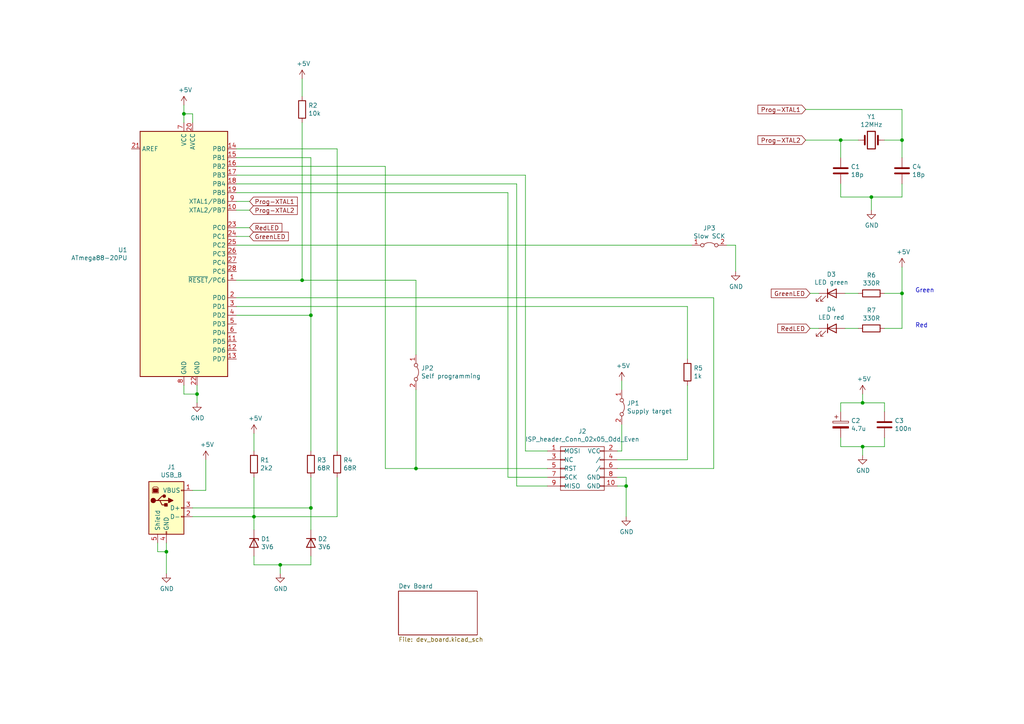
<source format=kicad_sch>
(kicad_sch (version 20231120) (generator "eeschema") (generator_version "8.0")
  (paper "A4")
  (lib_symbols
    (symbol "Connector:USB_B" (pin_names (offset 1.016))
      (property "Reference" "J" (at -5.08 11.43 0))
      (property "Value" "USB_B" (at -5.08 8.89 0))
      (symbol "USB_B_0_1"
        (rectangle (start -5.08 -7.62) (end 5.08 7.62) (stroke (width 0.254)) (fill (type background)))
        (circle (center -3.81 2.159) (radius 0.635) (stroke (width 0.254)) (fill (type outline)))
        (rectangle (start -3.81 5.588) (end -2.54 4.572) (fill (type outline)))
        (circle (center -0.635 3.429) (radius 0.381) (stroke (width 0.254)) (fill (type outline)))
        (rectangle (start -0.127 -7.62) (end 0.127 -6.858))
        (polyline (pts (xy -1.905 2.159) (xy 0.635 2.159)) (stroke (width 0.254)))
        (polyline (pts (xy -3.175 2.159) (xy -2.54 2.159) (xy -1.27 3.429) (xy -0.635 3.429)) (stroke (width 0.254)))
        (polyline (pts (xy -2.54 2.159) (xy -1.905 2.159) (xy -1.27 0.889) (xy 0 0.889)) (stroke (width 0.254)))
        (polyline (pts (xy 0.635 2.794) (xy 0.635 1.524) (xy 1.905 2.159) (xy 0.635 2.794)) (stroke (width 0.254)) (fill (type outline)))
        (polyline (pts (xy -4.064 4.318) (xy -2.286 4.318) (xy -2.286 5.715) (xy -2.667 6.096) (xy -3.683 6.096) (xy -4.064 5.715) (xy -4.064 4.318)))
        (rectangle (start 0.254 1.27) (end -0.508 0.508) (stroke (width 0.254)) (fill (type outline)))
        (rectangle (start 5.08 -2.667) (end 4.318 -2.413))
        (rectangle (start 5.08 -0.127) (end 4.318 0.127))
        (rectangle (start 5.08 4.953) (end 4.318 5.207))
      )
      (symbol "USB_B_1_1"
        (pin power_out line (at 7.62 5.08 180) (length 2.54) (name "VBUS") (number "1"))
        (pin bidirectional line (at 7.62 -2.54 180) (length 2.54) (name "D-") (number "2"))
        (pin bidirectional line (at 7.62 0 180) (length 2.54) (name "D+") (number "3"))
        (pin power_out line (at 0 -10.16 90) (length 2.54) (name "GND") (number "4"))
        (pin passive line (at -2.54 -10.16 90) (length 2.54) (name "Shield") (number "5"))
      )
    )
    (symbol "Device:C" (pin_numbers hide) (pin_names (offset 0.254))
      (property "Reference" "C" (at 0.635 2.54 0))
      (property "Value" "C" (at 0.635 -2.54 0))
      (symbol "C_0_1"
        (polyline (pts (xy -2.032 -0.762) (xy 2.032 -0.762)) (stroke (width 0.508)))
        (polyline (pts (xy -2.032 0.762) (xy 2.032 0.762)) (stroke (width 0.508)))
      )
      (symbol "C_1_1"
        (pin passive line (at 0 3.81 270) (length 2.794) (name "~") (number "1"))
        (pin passive line (at 0 -3.81 90) (length 2.794) (name "~") (number "2"))
      )
    )
    (symbol "Device:CP" (pin_numbers hide) (pin_names (offset 0.254))
      (property "Reference" "C" (at 0.635 2.54 0))
      (property "Value" "Device_CP" (at 0.635 -2.54 0))
      (symbol "CP_0_1"
        (rectangle (start -2.286 0.508) (end 2.286 1.016))
        (polyline (pts (xy -1.778 2.286) (xy -0.762 2.286)))
        (polyline (pts (xy -1.27 2.794) (xy -1.27 1.778)))
        (rectangle (start 2.286 -0.508) (end -2.286 -1.016) (fill (type outline)))
      )
      (symbol "CP_1_1"
        (pin passive line (at 0 3.81 270) (length 2.794) (name "~") (number "1"))
        (pin passive line (at 0 -3.81 90) (length 2.794) (name "~") (number "2"))
      )
    )
    (symbol "Device:Crystal" (pin_numbers hide) (pin_names (offset 1.016) hide)
      (property "Reference" "Y" (at 0 3.81 0))
      (property "Value" "Crystal" (at 0 -3.81 0))
      (symbol "Crystal_0_1"
        (rectangle (start -1.143 2.54) (end 1.143 -2.54) (stroke (width 0.3048)))
        (polyline (pts (xy -2.54 0) (xy -1.905 0)))
        (polyline (pts (xy -1.905 -1.27) (xy -1.905 1.27)) (stroke (width 0.508)))
        (polyline (pts (xy 1.905 -1.27) (xy 1.905 1.27)) (stroke (width 0.508)))
        (polyline (pts (xy 2.54 0) (xy 1.905 0)))
      )
      (symbol "Crystal_1_1"
        (pin passive line (at -3.81 0 0) (length 1.27) (name "1") (number "1"))
        (pin passive line (at 3.81 0 180) (length 1.27) (name "2") (number "2"))
      )
    )
    (symbol "Device:D_Zener" (pin_numbers hide) (pin_names (offset 1.016) hide)
      (property "Reference" "D" (at 0 2.54 0))
      (property "Value" "D_Zener" (at 0 -2.54 0))
      (symbol "D_Zener_0_1"
        (polyline (pts (xy 1.27 0) (xy -1.27 0)))
        (polyline (pts (xy -1.27 -1.27) (xy -1.27 1.27) (xy -0.762 1.27)) (stroke (width 0.254)))
        (polyline (pts (xy 1.27 -1.27) (xy 1.27 1.27) (xy -1.27 0) (xy 1.27 -1.27)) (stroke (width 0.254)))
      )
      (symbol "D_Zener_1_1"
        (pin passive line (at -3.81 0 0) (length 2.54) (name "K") (number "1"))
        (pin passive line (at 3.81 0 180) (length 2.54) (name "A") (number "2"))
      )
    )
    (symbol "Device:LED" (pin_numbers hide) (pin_names (offset 1.016) hide)
      (property "Reference" "D" (at 0 2.54 0))
      (property "Value" "LED" (at 0 -2.54 0))
      (symbol "LED_0_1"
        (polyline (pts (xy -1.27 -1.27) (xy -1.27 1.27)) (stroke (width 0.254)))
        (polyline (pts (xy -1.27 0) (xy 1.27 0)))
        (polyline (pts (xy 1.27 -1.27) (xy 1.27 1.27) (xy -1.27 0) (xy 1.27 -1.27)) (stroke (width 0.254)))
        (polyline (pts (xy -3.048 -0.762) (xy -4.572 -2.286) (xy -3.81 -2.286) (xy -4.572 -2.286) (xy -4.572 -1.524)))
        (polyline (pts (xy -1.778 -0.762) (xy -3.302 -2.286) (xy -2.54 -2.286) (xy -3.302 -2.286) (xy -3.302 -1.524)))
      )
      (symbol "LED_1_1"
        (pin passive line (at -3.81 0 0) (length 2.54) (name "K") (number "1"))
        (pin passive line (at 3.81 0 180) (length 2.54) (name "A") (number "2"))
      )
    )
    (symbol "Device:R" (pin_numbers hide) (pin_names (offset 0))
      (property "Reference" "R" (at 2.032 0 90))
      (property "Value" "R" (at 0 0 90))
      (symbol "R_0_1"
        (rectangle (start -1.016 -2.54) (end 1.016 2.54) (stroke (width 0.254)))
      )
      (symbol "R_1_1"
        (pin passive line (at 0 3.81 270) (length 1.27) (name "~") (number "1"))
        (pin passive line (at 0 -3.81 90) (length 1.27) (name "~") (number "2"))
      )
    )
    (symbol "Jumper:Jumper_2_Bridged" (pin_names (offset 0) hide)
      (property "Reference" "JP" (at 0 1.905 0))
      (property "Value" "Jumper_2_Bridged" (at 0 -2.54 0))
      (symbol "Jumper_2_Bridged_0_0"
        (circle (center -2.032 0) (radius 0.508))
        (circle (center 2.032 0) (radius 0.508))
      )
      (symbol "Jumper_2_Bridged_0_1"
        (arc (start 1.524 0.254) (mid 0 0.762) (end -1.524 0.254))
      )
      (symbol "Jumper_2_Bridged_1_1"
        (pin passive line (at -5.08 0 0) (length 2.54) (name "A") (number "1"))
        (pin passive line (at 5.08 0 180) (length 2.54) (name "B") (number "2"))
      )
    )
    (symbol "My_Parts:ISP_header_Conn_02x05_Odd_Even" (pin_names (offset 1.016))
      (property "Reference" "J" (at 1.27 7.62 0))
      (property "Value" "ISP_header_Conn_02x05_Odd_Even" (at 6.985 -7.62 0))
      (symbol "ISP_header_Conn_02x05_Odd_Even_0_1"
        (polyline (pts (xy -1.27 6.35) (xy -1.27 -6.35) (xy 11.43 -6.35) (xy 11.43 6.35) (xy -1.27 6.35)))
      )
      (symbol "ISP_header_Conn_02x05_Odd_Even_1_1"
        (rectangle (start -1.27 -4.953) (end 0 -5.207) (stroke (width 0.1524)))
        (rectangle (start -1.27 -2.413) (end 0 -2.667) (stroke (width 0.1524)))
        (rectangle (start -1.27 0.127) (end 0 -0.127) (stroke (width 0.1524)))
        (rectangle (start -1.27 2.667) (end 0 2.413) (stroke (width 0.1524)))
        (rectangle (start -1.27 5.207) (end 0 4.953) (stroke (width 0.1524)))
        (rectangle (start 11.43 -4.953) (end 10.16 -5.207) (stroke (width 0.1524)))
        (rectangle (start 11.43 -2.413) (end 10.16 -2.667) (stroke (width 0.1524)))
        (rectangle (start 11.43 0.127) (end 10.16 -0.127) (stroke (width 0.1524)))
        (rectangle (start 11.43 2.667) (end 10.16 2.413) (stroke (width 0.1524)))
        (rectangle (start 11.43 5.207) (end 10.16 4.953) (stroke (width 0.1524)))
        (pin passive line (at -5.08 5.08 0) (length 3.81) (name "MOSI") (number "1"))
        (pin passive line (at 15.24 -5.08 180) (length 3.81) (name "GND") (number "10"))
        (pin passive line (at 15.24 5.08 180) (length 3.81) (name "VCC") (number "2"))
        (pin passive line (at -5.08 2.54 0) (length 3.81) (name "NC") (number "3"))
        (pin passive line (at 15.24 2.54 180) (length 3.81) (name "/") (number "4"))
        (pin passive line (at -5.08 0 0) (length 3.81) (name "RST") (number "5"))
        (pin passive line (at 15.24 0 180) (length 3.81) (name "/") (number "6"))
        (pin passive line (at -5.08 -2.54 0) (length 3.81) (name "SCK") (number "7"))
        (pin passive line (at 15.24 -2.54 180) (length 3.81) (name "GND") (number "8"))
        (pin passive line (at -5.08 -5.08 0) (length 3.81) (name "MISO") (number "9"))
      )
    )
    (symbol "USBaspProgrammer_Thomas-Fischl-rescue:ATmega88-20PU-My_Parts"
      (property "Reference" "U" (at -12.7 36.83 0))
      (property "Value" "ATmega88-20PU-My_Parts" (at 7.62 -36.83 0))
      (symbol "ATmega88-20PU-My_Parts_0_1"
        (rectangle (start -12.7 -35.56) (end 12.7 35.56) (stroke (width 0.254)) (fill (type background)))
      )
      (symbol "ATmega88-20PU-My_Parts_1_1"
        (pin bidirectional line (at 15.24 -7.62 180) (length 2.54) (name "~{RESET}/PC6") (number "1"))
        (pin bidirectional line (at 15.24 12.7 180) (length 2.54) (name "XTAL2/PB7") (number "10"))
        (pin bidirectional line (at 15.24 -25.4 180) (length 2.54) (name "PD5") (number "11"))
        (pin bidirectional line (at 15.24 -27.94 180) (length 2.54) (name "PD6") (number "12"))
        (pin bidirectional line (at 15.24 -30.48 180) (length 2.54) (name "PD7") (number "13"))
        (pin bidirectional line (at 15.24 30.48 180) (length 2.54) (name "PB0") (number "14"))
        (pin bidirectional line (at 15.24 27.94 180) (length 2.54) (name "PB1") (number "15"))
        (pin bidirectional line (at 15.24 25.4 180) (length 2.54) (name "PB2") (number "16"))
        (pin bidirectional line (at 15.24 22.86 180) (length 2.54) (name "PB3") (number "17"))
        (pin bidirectional line (at 15.24 20.32 180) (length 2.54) (name "PB4") (number "18"))
        (pin bidirectional line (at 15.24 17.78 180) (length 2.54) (name "PB5") (number "19"))
        (pin bidirectional line (at 15.24 -12.7 180) (length 2.54) (name "PD0") (number "2"))
        (pin power_in line (at 2.54 38.1 270) (length 2.54) (name "AVCC") (number "20"))
        (pin passive line (at -15.24 30.48 0) (length 2.54) (name "AREF") (number "21"))
        (pin passive line (at 3.81 -38.1 90) (length 2.54) (name "GND") (number "22"))
        (pin bidirectional line (at 15.24 7.62 180) (length 2.54) (name "PC0") (number "23"))
        (pin bidirectional line (at 15.24 5.08 180) (length 2.54) (name "PC1") (number "24"))
        (pin bidirectional line (at 15.24 2.54 180) (length 2.54) (name "PC2") (number "25"))
        (pin bidirectional line (at 15.24 0 180) (length 2.54) (name "PC3") (number "26"))
        (pin bidirectional line (at 15.24 -2.54 180) (length 2.54) (name "PC4") (number "27"))
        (pin bidirectional line (at 15.24 -5.08 180) (length 2.54) (name "PC5") (number "28"))
        (pin bidirectional line (at 15.24 -15.24 180) (length 2.54) (name "PD1") (number "3"))
        (pin bidirectional line (at 15.24 -17.78 180) (length 2.54) (name "PD2") (number "4"))
        (pin bidirectional line (at 15.24 -20.32 180) (length 2.54) (name "PD3") (number "5"))
        (pin bidirectional line (at 15.24 -22.86 180) (length 2.54) (name "PD4") (number "6"))
        (pin power_in line (at 0 38.1 270) (length 2.54) (name "VCC") (number "7"))
        (pin power_in line (at 0 -38.1 90) (length 2.54) (name "GND") (number "8"))
        (pin bidirectional line (at 15.24 15.24 180) (length 2.54) (name "XTAL1/PB6") (number "9"))
      )
    )
    (symbol "power:+5V" (power) (pin_names (offset 0))
      (property "Value" "+5V" (at 0 3.556 0))
      (symbol "+5V_0_1"
        (polyline (pts (xy -0.762 1.27) (xy 0 2.54)))
        (polyline (pts (xy 0 0) (xy 0 2.54)))
        (polyline (pts (xy 0 2.54) (xy 0.762 1.27)))
      )
      (symbol "+5V_1_1"
        (pin power_in line (at 0 0 90) (length 0) hide (name "+5V") (number "1"))
      )
    )
    (symbol "power:GND" (power) (pin_names (offset 0))
      (property "Value" "GND" (at 0 -3.81 0))
      (symbol "GND_0_1"
        (polyline (pts (xy 0 0) (xy 0 -1.27) (xy 1.27 -1.27) (xy 0 -2.54) (xy -1.27 -1.27) (xy 0 -1.27)))
      )
      (symbol "GND_1_1"
        (pin power_in line (at 0 0 270) (length 0) hide (name "GND") (number "1"))
      )
    )
  )
  (junction (at 261.62 85.09))
  (junction (at 53.34 33.02))
  (junction (at 250.19 116.84))
  (junction (at 73.66 149.86))
  (junction (at 87.63 81.28))
  (junction (at 261.62 40.64))
  (junction (at 250.19 129.54))
  (junction (at 90.17 147.32))
  (junction (at 181.61 140.97))
  (junction (at 57.15 114.3))
  (junction (at 120.65 135.89))
  (junction (at 243.84 40.64))
  (junction (at 90.17 91.44))
  (junction (at 81.28 163.83))
  (junction (at 48.26 160.02))
  (junction (at 252.73 57.15))
  (wire (pts (xy 250.19 129.54) (xy 256.54 129.54)))
  (wire (pts (xy 68.58 88.9) (xy 199.39 88.9)))
  (wire (pts (xy 248.92 40.64) (xy 243.84 40.64)))
  (wire (pts (xy 81.28 163.83) (xy 90.17 163.83)))
  (wire (pts (xy 73.66 125.73) (xy 73.66 130.81)))
  (wire (pts (xy 237.49 95.25) (xy 234.95 95.25)))
  (wire (pts (xy 250.19 116.84) (xy 250.19 114.3)))
  (wire (pts (xy 59.69 142.24) (xy 59.69 133.35)))
  (wire (pts (xy 73.66 149.86) (xy 97.79 149.86)))
  (wire (pts (xy 243.84 129.54) (xy 250.19 129.54)))
  (wire (pts (xy 97.79 130.81) (xy 97.79 43.18)))
  (wire (pts (xy 149.86 53.34) (xy 149.86 140.97)))
  (wire (pts (xy 207.01 86.36) (xy 207.01 135.89)))
  (wire (pts (xy 256.54 95.25) (xy 261.62 95.25)))
  (wire (pts (xy 120.65 81.28) (xy 120.65 102.87)))
  (wire (pts (xy 45.72 157.48) (xy 45.72 160.02)))
  (wire (pts (xy 243.84 57.15) (xy 252.73 57.15)))
  (wire (pts (xy 261.62 31.75) (xy 233.68 31.75)))
  (wire (pts (xy 181.61 140.97) (xy 179.07 140.97)))
  (wire (pts (xy 68.58 81.28) (xy 87.63 81.28)))
  (wire (pts (xy 181.61 140.97) (xy 181.61 149.86)))
  (wire (pts (xy 256.54 85.09) (xy 261.62 85.09)))
  (wire (pts (xy 90.17 147.32) (xy 90.17 153.67)))
  (wire (pts (xy 243.84 116.84) (xy 250.19 116.84)))
  (wire (pts (xy 261.62 85.09) (xy 261.62 77.47)))
  (wire (pts (xy 181.61 138.43) (xy 181.61 140.97)))
  (wire (pts (xy 149.86 140.97) (xy 158.75 140.97)))
  (wire (pts (xy 256.54 40.64) (xy 261.62 40.64)))
  (wire (pts (xy 97.79 43.18) (xy 68.58 43.18)))
  (wire (pts (xy 261.62 57.15) (xy 261.62 53.34)))
  (wire (pts (xy 53.34 111.76) (xy 53.34 114.3)))
  (wire (pts (xy 256.54 129.54) (xy 256.54 127)))
  (wire (pts (xy 158.75 130.81) (xy 152.4 130.81)))
  (wire (pts (xy 48.26 166.37) (xy 48.26 160.02)))
  (wire (pts (xy 234.95 85.09) (xy 237.49 85.09)))
  (wire (pts (xy 68.58 53.34) (xy 149.86 53.34)))
  (wire (pts (xy 180.34 113.03) (xy 180.34 110.49)))
  (wire (pts (xy 90.17 91.44) (xy 90.17 130.81)))
  (wire (pts (xy 90.17 163.83) (xy 90.17 161.29)))
  (wire (pts (xy 53.34 114.3) (xy 57.15 114.3)))
  (wire (pts (xy 55.88 142.24) (xy 59.69 142.24)))
  (wire (pts (xy 207.01 135.89) (xy 179.07 135.89)))
  (wire (pts (xy 73.66 161.29) (xy 73.66 163.83)))
  (wire (pts (xy 252.73 57.15) (xy 252.73 60.96)))
  (wire (pts (xy 152.4 50.8) (xy 68.58 50.8)))
  (wire (pts (xy 256.54 116.84) (xy 256.54 119.38)))
  (wire (pts (xy 90.17 147.32) (xy 90.17 138.43)))
  (wire (pts (xy 68.58 45.72) (xy 90.17 45.72)))
  (wire (pts (xy 250.19 116.84) (xy 256.54 116.84)))
  (wire (pts (xy 72.39 60.96) (xy 68.58 60.96)))
  (wire (pts (xy 111.76 135.89) (xy 120.65 135.89)))
  (wire (pts (xy 81.28 166.37) (xy 81.28 163.83)))
  (wire (pts (xy 55.88 33.02) (xy 55.88 35.56)))
  (wire (pts (xy 243.84 127) (xy 243.84 129.54)))
  (wire (pts (xy 73.66 138.43) (xy 73.66 149.86)))
  (wire (pts (xy 250.19 132.08) (xy 250.19 129.54)))
  (wire (pts (xy 147.32 138.43) (xy 158.75 138.43)))
  (wire (pts (xy 199.39 88.9) (xy 199.39 104.14)))
  (wire (pts (xy 55.88 147.32) (xy 90.17 147.32)))
  (wire (pts (xy 53.34 33.02) (xy 53.34 30.48)))
  (wire (pts (xy 53.34 35.56) (xy 53.34 33.02)))
  (wire (pts (xy 243.84 119.38) (xy 243.84 116.84)))
  (wire (pts (xy 72.39 58.42) (xy 68.58 58.42)))
  (wire (pts (xy 53.34 33.02) (xy 55.88 33.02)))
  (wire (pts (xy 48.26 160.02) (xy 48.26 157.48)))
  (wire (pts (xy 72.39 68.58) (xy 68.58 68.58)))
  (wire (pts (xy 68.58 91.44) (xy 90.17 91.44)))
  (wire (pts (xy 199.39 133.35) (xy 179.07 133.35)))
  (wire (pts (xy 261.62 45.72) (xy 261.62 40.64)))
  (wire (pts (xy 252.73 57.15) (xy 261.62 57.15)))
  (wire (pts (xy 120.65 135.89) (xy 158.75 135.89)))
  (wire (pts (xy 147.32 55.88) (xy 147.32 138.43)))
  (wire (pts (xy 68.58 55.88) (xy 147.32 55.88)))
  (wire (pts (xy 68.58 48.26) (xy 111.76 48.26)))
  (wire (pts (xy 261.62 95.25) (xy 261.62 85.09)))
  (wire (pts (xy 120.65 113.03) (xy 120.65 135.89)))
  (wire (pts (xy 55.88 149.86) (xy 73.66 149.86)))
  (wire (pts (xy 87.63 27.94) (xy 87.63 22.86)))
  (wire (pts (xy 243.84 53.34) (xy 243.84 57.15)))
  (wire (pts (xy 180.34 130.81) (xy 179.07 130.81)))
  (wire (pts (xy 152.4 50.8) (xy 152.4 130.81)))
  (wire (pts (xy 243.84 45.72) (xy 243.84 40.64)))
  (wire (pts (xy 248.92 85.09) (xy 245.11 85.09)))
  (wire (pts (xy 73.66 149.86) (xy 73.66 153.67)))
  (wire (pts (xy 73.66 163.83) (xy 81.28 163.83)))
  (wire (pts (xy 57.15 114.3) (xy 57.15 111.76)))
  (wire (pts (xy 45.72 160.02) (xy 48.26 160.02)))
  (wire (pts (xy 243.84 40.64) (xy 233.68 40.64)))
  (wire (pts (xy 261.62 40.64) (xy 261.62 31.75)))
  (wire (pts (xy 68.58 86.36) (xy 207.01 86.36)))
  (wire (pts (xy 90.17 45.72) (xy 90.17 91.44)))
  (wire (pts (xy 199.39 111.76) (xy 199.39 133.35)))
  (wire (pts (xy 57.15 116.84) (xy 57.15 114.3)))
  (wire (pts (xy 87.63 81.28) (xy 87.63 35.56)))
  (wire (pts (xy 210.82 71.12) (xy 213.36 71.12)))
  (wire (pts (xy 180.34 130.81) (xy 180.34 123.19)))
  (wire (pts (xy 213.36 71.12) (xy 213.36 78.74)))
  (wire (pts (xy 72.39 66.04) (xy 68.58 66.04)))
  (wire (pts (xy 179.07 138.43) (xy 181.61 138.43)))
  (wire (pts (xy 200.66 71.12) (xy 68.58 71.12)))
  (wire (pts (xy 111.76 48.26) (xy 111.76 135.89)))
  (wire (pts (xy 87.63 81.28) (xy 120.65 81.28)))
  (wire (pts (xy 97.79 149.86) (xy 97.79 138.43)))
  (wire (pts (xy 245.11 95.25) (xy 248.92 95.25)))
  (text "Green" (at 265.43 85.09 0) (effects (font (size 1.27 1.27)) (justify left bottom)))
  (text "Red" (at 265.43 95.25 0) (effects (font (size 1.27 1.27)) (justify left bottom)))
  (global_label "Prog-XTAL1" (shape input) (at 72.39 58.42 0) (property "Intersheetrefs" "${INTERSHEET_REFS}" (effects (hide yes))))
  (global_label "Prog-XTAL1" (shape input) (at 233.68 31.75 180) (property "Intersheetrefs" "${INTERSHEET_REFS}" (effects (hide yes))))
  (global_label "RedLED" (shape input) (at 234.95 95.25 180) (property "Intersheetrefs" "${INTERSHEET_REFS}" (effects (hide yes))))
  (global_label "Prog-XTAL2" (shape input) (at 72.39 60.96 0) (property "Intersheetrefs" "${INTERSHEET_REFS}" (effects (hide yes))))
  (global_label "RedLED" (shape input) (at 72.39 66.04 0) (property "Intersheetrefs" "${INTERSHEET_REFS}" (effects (hide yes))))
  (global_label "Prog-XTAL2" (shape input) (at 233.68 40.64 180) (property "Intersheetrefs" "${INTERSHEET_REFS}" (effects (hide yes))))
  (global_label "GreenLED" (shape input) (at 72.39 68.58 0) (property "Intersheetrefs" "${INTERSHEET_REFS}" (effects (hide yes))))
  (global_label "GreenLED" (shape input) (at 234.95 85.09 180) (property "Intersheetrefs" "${INTERSHEET_REFS}" (effects (hide yes))))
  (symbol (lib_id "Device:C") (at 261.62 49.53 0) (unit 1)
    (property "Reference" "C4" (at 264.541 48.3616 0) (effects (justify left)))
    (property "Value" "18p" (at 264.541 50.673 0) (effects (justify left)))
    (property "Footprint" "My_Misc:C_Disc_D3.0mm_W1.6mm_P2.50mm_larg" (effects (hide yes)))
  )
  (symbol (lib_id "Device:C") (at 243.84 49.53 0) (unit 1)
    (property "Reference" "C1" (at 246.761 48.3616 0) (effects (justify left)))
    (property "Value" "18p" (at 246.761 50.673 0) (effects (justify left)))
    (property "Footprint" "My_Misc:C_Disc_D3.0mm_W1.6mm_P2.50mm_larg" (effects (hide yes)))
  )
  (symbol (lib_id "power:GND") (at 252.73 60.96 0) (unit 1)
    (property "Reference" "#PWR0101" (effects (hide yes)))
    (property "Value" "GND" (at 252.857 65.3542 0))
  )
  (symbol (lib_id "Device:R") (at 87.63 31.75 0) (unit 1)
    (property "Reference" "R2" (at 89.408 30.5816 0) (effects (justify left)))
    (property "Value" "10k" (at 89.408 32.893 0) (effects (justify left)))
    (property "Footprint" "My_Misc:R_Axial_DIN0207_L6.3mm_D2.5mm_P10.16mm_Horizontal_large" (effects (hide yes)))
  )
  (symbol (lib_id "power:+5V") (at 87.63 22.86 0) (unit 1)
    (property "Reference" "#PWR0102" (effects (hide yes)))
    (property "Value" "+5V" (at 88.011 18.4658 0))
  )
  (symbol (lib_id "power:GND") (at 57.15 116.84 0) (unit 1)
    (property "Reference" "#PWR0103" (effects (hide yes)))
    (property "Value" "GND" (at 57.277 121.2342 0))
  )
  (symbol (lib_id "power:+5V") (at 53.34 30.48 0) (unit 1)
    (property "Reference" "#PWR0104" (effects (hide yes)))
    (property "Value" "+5V" (at 53.721 26.0858 0))
  )
  (symbol (lib_id "Device:LED") (at 241.3 85.09 0) (unit 1)
    (property "Reference" "D3" (at 241.1222 79.5782 0))
    (property "Value" "LED green" (at 241.1222 81.8896 0))
    (property "Footprint" "My_Misc:LED_D5.0mm_larger_pads" (effects (hide yes)))
  )
  (symbol (lib_id "Device:LED") (at 241.3 95.25 0) (unit 1)
    (property "Reference" "D4" (at 241.1222 89.7382 0))
    (property "Value" "LED red" (at 241.1222 92.0496 0))
    (property "Footprint" "My_Misc:LED_D5.0mm_larger_pads" (effects (hide yes)))
  )
  (symbol (lib_id "Device:R") (at 252.73 85.09 270) (unit 1)
    (property "Reference" "R6" (at 252.73 79.8322 90))
    (property "Value" "330R" (at 252.73 82.1436 90))
    (property "Footprint" "My_Misc:R_Axial_DIN0207_L6.3mm_D2.5mm_P10.16mm_Horizontal_large" (effects (hide yes)))
  )
  (symbol (lib_id "Device:R") (at 252.73 95.25 90) (unit 1)
    (property "Reference" "R7" (at 252.73 89.9922 90))
    (property "Value" "330R" (at 252.73 92.3036 90))
    (property "Footprint" "My_Misc:R_Axial_DIN0207_L6.3mm_D2.5mm_P10.16mm_Horizontal_large" (effects (hide yes)))
  )
  (symbol (lib_id "power:+5V") (at 261.62 77.47 0) (unit 1)
    (property "Reference" "#PWR0105" (effects (hide yes)))
    (property "Value" "+5V" (at 262.001 73.0758 0))
  )
  (symbol (lib_id "Jumper:Jumper_2_Bridged") (at 205.74 71.12 0) (unit 1)
    (property "Reference" "JP3" (at 205.74 66.167 0))
    (property "Value" "Slow SCK" (at 205.74 68.4784 0))
    (property "Footprint" "My_Parts:Jumper_1x02_P2.54mm_large" (effects (hide yes)))
  )
  (symbol (lib_id "power:GND") (at 213.36 78.74 0) (unit 1)
    (property "Reference" "#PWR0106" (effects (hide yes)))
    (property "Value" "GND" (at 213.487 83.1342 0))
  )
  (symbol (lib_id "Device:R") (at 199.39 107.95 0) (unit 1)
    (property "Reference" "R5" (at 201.168 106.7816 0) (effects (justify left)))
    (property "Value" "1k" (at 201.168 109.093 0) (effects (justify left)))
    (property "Footprint" "My_Misc:R_Axial_DIN0207_L6.3mm_D2.5mm_P10.16mm_Horizontal_large" (effects (hide yes)))
  )
  (symbol (lib_id "USBaspProgrammer_Thomas-Fischl-rescue:ATmega88-20PU-My_Parts") (at 53.34 73.66 0) (unit 1)
    (property "Reference" "U1" (at 36.9824 72.4916 0) (effects (justify right)))
    (property "Value" "ATmega88-20PU" (at 36.9824 74.803 0) (effects (justify right)))
    (property "Footprint" "My_Misc:DIP-28_W7.62mm_LongPads w socket" (effects (hide yes)))
    (property "Datasheet" "http://ww1.microchip.com/downloads/en/DeviceDoc/Atmel-2545-8-bit-AVR-Microcontroller-ATmega48-88-168_Datasheet.pdf" (effects (hide yes)))
  )
  (symbol (lib_id "Connector:USB_B") (at 48.26 147.32 0) (unit 1)
    (property "Reference" "J1" (at 49.7078 135.4582 0))
    (property "Value" "USB_B" (at 49.7078 137.7696 0))
    (property "Footprint" "My_Misc:USB_B_OST_USB-B1HSxx_Horizontal_large" (effects (hide yes)))
    (property "Datasheet" " ~" (effects (hide yes)))
  )
  (symbol (lib_id "Device:Crystal") (at 252.73 40.64 0) (unit 1)
    (property "Reference" "Y1" (at 252.73 33.8328 0))
    (property "Value" "12MHz" (at 252.73 36.1442 0))
    (property "Footprint" "My_Misc:Crystal_HC49-4H_Vertical_large" (effects (hide yes)))
  )
  (symbol (lib_id "Jumper:Jumper_2_Bridged") (at 120.65 107.95 270) (unit 1)
    (property "Reference" "JP2" (at 122.1232 106.7816 90) (effects (justify left)))
    (property "Value" "Self programming" (at 122.1232 109.093 90) (effects (justify left)))
    (property "Footprint" "My_Parts:Jumper_1x02_P2.54mm_large" (effects (hide yes)))
  )
  (symbol (lib_id "power:+5V") (at 59.69 133.35 0) (unit 1)
    (property "Reference" "#PWR0107" (effects (hide yes)))
    (property "Value" "+5V" (at 60.071 128.9558 0))
  )
  (symbol (lib_id "power:GND") (at 48.26 166.37 0) (unit 1)
    (property "Reference" "#PWR0108" (effects (hide yes)))
    (property "Value" "GND" (at 48.387 170.7642 0))
  )
  (symbol (lib_id "Device:R") (at 97.79 134.62 0) (unit 1)
    (property "Reference" "R4" (at 99.568 133.4516 0) (effects (justify left)))
    (property "Value" "68R" (at 99.568 135.763 0) (effects (justify left)))
    (property "Footprint" "My_Misc:R_Axial_DIN0207_L6.3mm_D2.5mm_P10.16mm_Horizontal_large" (effects (hide yes)))
  )
  (symbol (lib_id "Device:R") (at 90.17 134.62 0) (unit 1)
    (property "Reference" "R3" (at 91.948 133.4516 0) (effects (justify left)))
    (property "Value" "68R" (at 91.948 135.763 0) (effects (justify left)))
    (property "Footprint" "My_Misc:R_Axial_DIN0207_L6.3mm_D2.5mm_P10.16mm_Horizontal_large" (effects (hide yes)))
  )
  (symbol (lib_id "Device:R") (at 73.66 134.62 0) (unit 1)
    (property "Reference" "R1" (at 75.438 133.4516 0) (effects (justify left)))
    (property "Value" "2k2" (at 75.438 135.763 0) (effects (justify left)))
    (property "Footprint" "My_Misc:R_Axial_DIN0207_L6.3mm_D2.5mm_P10.16mm_Horizontal_large" (effects (hide yes)))
  )
  (symbol (lib_id "power:+5V") (at 73.66 125.73 0) (unit 1)
    (property "Reference" "#PWR0109" (effects (hide yes)))
    (property "Value" "+5V" (at 74.041 121.3358 0))
  )
  (symbol (lib_id "Device:C") (at 256.54 123.19 0) (unit 1)
    (property "Reference" "C3" (at 259.461 122.0216 0) (effects (justify left)))
    (property "Value" "100n" (at 259.461 124.333 0) (effects (justify left)))
    (property "Footprint" "My_Misc:C_Disc_D7.5mm_W2.5mm_P5.00mm_larger" (effects (hide yes)))
  )
  (symbol (lib_id "Device:CP") (at 243.84 123.19 0) (unit 1)
    (property "Reference" "C2" (at 246.8372 122.0216 0) (effects (justify left)))
    (property "Value" "4.7u" (at 246.8372 124.333 0) (effects (justify left)))
    (property "Footprint" "My_Misc:CP_Radial_D5.0mm_P2.00mm_larger" (effects (hide yes)))
  )
  (symbol (lib_id "power:GND") (at 250.19 132.08 0) (unit 1)
    (property "Reference" "#PWR0110" (effects (hide yes)))
    (property "Value" "GND" (at 250.317 136.4742 0))
  )
  (symbol (lib_id "My_Parts:ISP_header_Conn_02x05_Odd_Even") (at 163.83 135.89 0) (unit 1)
    (property "Reference" "J2" (at 168.91 125.095 0))
    (property "Value" "ISP_header_Conn_02x05_Odd_Even" (at 168.91 127.4064 0))
    (property "Footprint" "My_Misc:IDC-Header_2x05_P2.54mm_Vertical_large" (effects (hide yes)))
  )
  (symbol (lib_id "Jumper:Jumper_2_Bridged") (at 180.34 118.11 270) (unit 1)
    (property "Reference" "JP1" (at 181.8132 116.9416 90) (effects (justify left)))
    (property "Value" "Supply target" (at 181.8132 119.253 90) (effects (justify left)))
    (property "Footprint" "My_Parts:Jumper_1x02_P2.54mm_large" (effects (hide yes)))
  )
  (symbol (lib_id "power:+5V") (at 180.34 110.49 0) (unit 1)
    (property "Reference" "#PWR0113" (effects (hide yes)))
    (property "Value" "+5V" (at 180.721 106.0958 0))
  )
  (symbol (lib_id "power:+5V") (at 250.19 114.3 0) (unit 1)
    (property "Reference" "#PWR0111" (effects (hide yes)))
    (property "Value" "+5V" (at 250.571 109.9058 0))
  )
  (symbol (lib_id "Device:D_Zener") (at 73.66 157.48 270) (unit 1)
    (property "Reference" "D1" (at 75.692 156.3116 90) (effects (justify left)))
    (property "Value" "3V6" (at 75.692 158.623 90) (effects (justify left)))
    (property "Footprint" "My_Misc:D_DO-35_SOD27_P7.62mm_Horizontal_large" (effects (hide yes)))
  )
  (symbol (lib_id "Device:D_Zener") (at 90.17 157.48 270) (unit 1)
    (property "Reference" "D2" (at 92.202 156.3116 90) (effects (justify left)))
    (property "Value" "3V6" (at 92.202 158.623 90) (effects (justify left)))
    (property "Footprint" "My_Misc:D_DO-35_SOD27_P7.62mm_Horizontal_large" (effects (hide yes)))
  )
  (symbol (lib_id "power:GND") (at 81.28 166.37 0) (unit 1)
    (property "Reference" "#PWR0114" (effects (hide yes)))
    (property "Value" "GND" (at 81.407 170.7642 0))
  )
  (symbol (lib_id "power:GND") (at 181.61 149.86 0) (unit 1)
    (property "Reference" "#PWR0112" (effects (hide yes)))
    (property "Value" "GND" (at 181.737 154.2542 0))
  )
  (sheet (at 115.57 171.45) (size 22.86 12.7) (stroke (width 0.1524))
    (property "Sheetname" "Dev Board" (at 115.57 170.7384 0) (effects (justify left bottom)))
    (property "Sheetfile" "dev_board.kicad_sch" (at 115.57 184.7346 0) (effects (justify left top)))
  )
)
</source>
